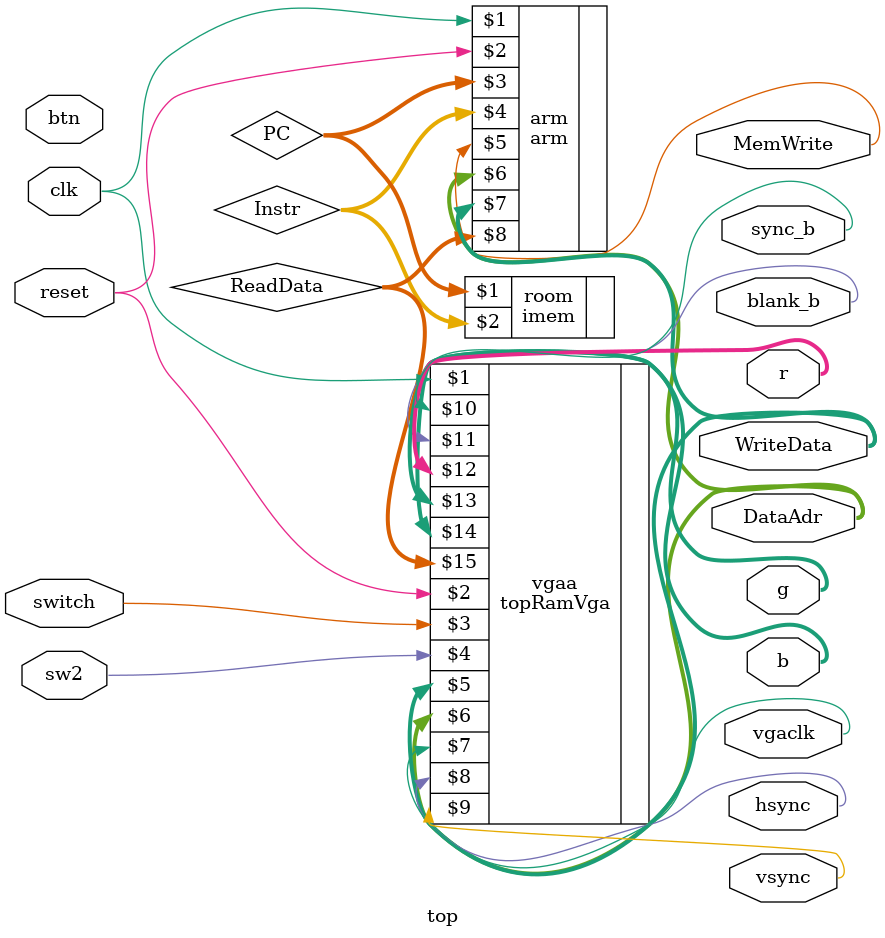
<source format=sv>
module top(input logic clk, reset, switch, sw2,
			  input logic [2:0] btn, 
			  output logic [31:0] WriteData, DataAdr,
			  output logic MemWrite,
			  output logic vgaclk,
			  output logic hsync, vsync,
			  output logic sync_b, blank_b,
			  output logic [7:0] r, g, b
			 );
			 
	logic [31:0] PC, Instr, ReadData;
	logic [14:0] shortRamDataAdr;
	logic [4:0] shortRomDataAdr;
	
	
	// Procesador
	arm arm(clk, reset, PC, Instr, MemWrite, DataAdr, WriteData, ReadData);
	
	// Memoria de instrucciones 
	//assign shortRomDataAdr = PC[4:0];
	//romF2 rom1(shortRomDataAdr, clk, Instr);
	
	imem room(PC, Instr);
	
	// Memoria de datos
	//assign shortRamDataAdr = DataAdr[14:0];
	
	//ram ram1(shortRamDataAdr, clk, WriteData, MemWrite, ReadData);
	
	// vga 

	topRamVga vgaa(	
		 clk, reset, switch, sw2,
		 //btn, 
		 WriteData, DataAdr,
		 vgaclk,
		 hsync, vsync,
		 sync_b, blank_b,
		 r, g, b,
		 ReadData
	);
	
endmodule
</source>
